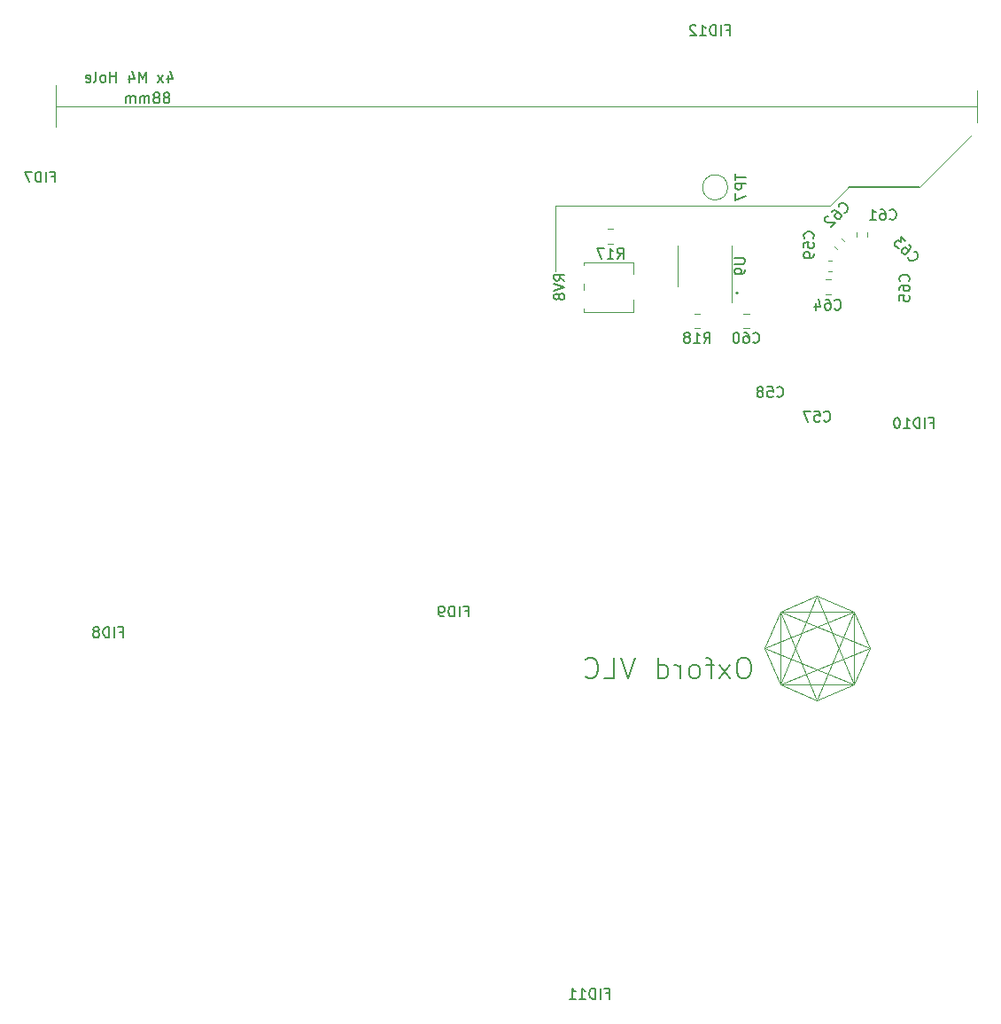
<source format=gbr>
G04 #@! TF.GenerationSoftware,KiCad,Pcbnew,5.1.6-c6e7f7d~86~ubuntu18.04.1*
G04 #@! TF.CreationDate,2020-05-28T18:44:08+01:00*
G04 #@! TF.ProjectId,multi-smtpa,6d756c74-692d-4736-9d74-70612e6b6963,rev?*
G04 #@! TF.SameCoordinates,Original*
G04 #@! TF.FileFunction,Legend,Bot*
G04 #@! TF.FilePolarity,Positive*
%FSLAX46Y46*%
G04 Gerber Fmt 4.6, Leading zero omitted, Abs format (unit mm)*
G04 Created by KiCad (PCBNEW 5.1.6-c6e7f7d~86~ubuntu18.04.1) date 2020-05-28 18:44:08*
%MOMM*%
%LPD*%
G01*
G04 APERTURE LIST*
%ADD10C,0.200000*%
%ADD11C,0.120000*%
%ADD12C,0.150000*%
G04 APERTURE END LIST*
D10*
X171200000Y-81600000D02*
G75*
G03*
X171200000Y-81600000I-100000J0D01*
G01*
D11*
X188500000Y-71500000D02*
X193500000Y-66500000D01*
D12*
X181750000Y-71500000D02*
X188500000Y-71500000D01*
D11*
X180000000Y-73250000D02*
X153750000Y-73250000D01*
X181750000Y-71500000D02*
X180000000Y-73250000D01*
X153750000Y-73250000D02*
X153750000Y-79500000D01*
D12*
X171928571Y-116404761D02*
X171547619Y-116404761D01*
X171357142Y-116500000D01*
X171166666Y-116690476D01*
X171071428Y-117071428D01*
X171071428Y-117738095D01*
X171166666Y-118119047D01*
X171357142Y-118309523D01*
X171547619Y-118404761D01*
X171928571Y-118404761D01*
X172119047Y-118309523D01*
X172309523Y-118119047D01*
X172404761Y-117738095D01*
X172404761Y-117071428D01*
X172309523Y-116690476D01*
X172119047Y-116500000D01*
X171928571Y-116404761D01*
X170404761Y-118404761D02*
X169357142Y-117071428D01*
X170404761Y-117071428D02*
X169357142Y-118404761D01*
X168880952Y-117071428D02*
X168119047Y-117071428D01*
X168595238Y-118404761D02*
X168595238Y-116690476D01*
X168500000Y-116500000D01*
X168309523Y-116404761D01*
X168119047Y-116404761D01*
X167166666Y-118404761D02*
X167357142Y-118309523D01*
X167452380Y-118214285D01*
X167547619Y-118023809D01*
X167547619Y-117452380D01*
X167452380Y-117261904D01*
X167357142Y-117166666D01*
X167166666Y-117071428D01*
X166880952Y-117071428D01*
X166690476Y-117166666D01*
X166595238Y-117261904D01*
X166500000Y-117452380D01*
X166500000Y-118023809D01*
X166595238Y-118214285D01*
X166690476Y-118309523D01*
X166880952Y-118404761D01*
X167166666Y-118404761D01*
X165642857Y-118404761D02*
X165642857Y-117071428D01*
X165642857Y-117452380D02*
X165547619Y-117261904D01*
X165452380Y-117166666D01*
X165261904Y-117071428D01*
X165071428Y-117071428D01*
X163547619Y-118404761D02*
X163547619Y-116404761D01*
X163547619Y-118309523D02*
X163738095Y-118404761D01*
X164119047Y-118404761D01*
X164309523Y-118309523D01*
X164404761Y-118214285D01*
X164500000Y-118023809D01*
X164500000Y-117452380D01*
X164404761Y-117261904D01*
X164309523Y-117166666D01*
X164119047Y-117071428D01*
X163738095Y-117071428D01*
X163547619Y-117166666D01*
X161357142Y-116404761D02*
X160690476Y-118404761D01*
X160023809Y-116404761D01*
X158404761Y-118404761D02*
X159357142Y-118404761D01*
X159357142Y-116404761D01*
X156595238Y-118214285D02*
X156690476Y-118309523D01*
X156976190Y-118404761D01*
X157166666Y-118404761D01*
X157452380Y-118309523D01*
X157642857Y-118119047D01*
X157738095Y-117928571D01*
X157833333Y-117547619D01*
X157833333Y-117261904D01*
X157738095Y-116880952D01*
X157642857Y-116690476D01*
X157452380Y-116500000D01*
X157166666Y-116404761D01*
X156976190Y-116404761D01*
X156690476Y-116500000D01*
X156595238Y-116595238D01*
D11*
X106000000Y-63750000D02*
X106500000Y-63750000D01*
D12*
X116690476Y-60785714D02*
X116690476Y-61452380D01*
X116928571Y-60404761D02*
X117166666Y-61119047D01*
X116547619Y-61119047D01*
X116261904Y-61452380D02*
X115738095Y-60785714D01*
X116261904Y-60785714D02*
X115738095Y-61452380D01*
X114595238Y-61452380D02*
X114595238Y-60452380D01*
X114261904Y-61166666D01*
X113928571Y-60452380D01*
X113928571Y-61452380D01*
X113023809Y-60785714D02*
X113023809Y-61452380D01*
X113261904Y-60404761D02*
X113500000Y-61119047D01*
X112880952Y-61119047D01*
X111738095Y-61452380D02*
X111738095Y-60452380D01*
X111738095Y-60928571D02*
X111166666Y-60928571D01*
X111166666Y-61452380D02*
X111166666Y-60452380D01*
X110547619Y-61452380D02*
X110642857Y-61404761D01*
X110690476Y-61357142D01*
X110738095Y-61261904D01*
X110738095Y-60976190D01*
X110690476Y-60880952D01*
X110642857Y-60833333D01*
X110547619Y-60785714D01*
X110404761Y-60785714D01*
X110309523Y-60833333D01*
X110261904Y-60880952D01*
X110214285Y-60976190D01*
X110214285Y-61261904D01*
X110261904Y-61357142D01*
X110309523Y-61404761D01*
X110404761Y-61452380D01*
X110547619Y-61452380D01*
X109642857Y-61452380D02*
X109738095Y-61404761D01*
X109785714Y-61309523D01*
X109785714Y-60452380D01*
X108880952Y-61404761D02*
X108976190Y-61452380D01*
X109166666Y-61452380D01*
X109261904Y-61404761D01*
X109309523Y-61309523D01*
X109309523Y-60928571D01*
X109261904Y-60833333D01*
X109166666Y-60785714D01*
X108976190Y-60785714D01*
X108880952Y-60833333D01*
X108833333Y-60928571D01*
X108833333Y-61023809D01*
X109309523Y-61119047D01*
X116654761Y-62880952D02*
X116750000Y-62833333D01*
X116797619Y-62785714D01*
X116845238Y-62690476D01*
X116845238Y-62642857D01*
X116797619Y-62547619D01*
X116750000Y-62500000D01*
X116654761Y-62452380D01*
X116464285Y-62452380D01*
X116369047Y-62500000D01*
X116321428Y-62547619D01*
X116273809Y-62642857D01*
X116273809Y-62690476D01*
X116321428Y-62785714D01*
X116369047Y-62833333D01*
X116464285Y-62880952D01*
X116654761Y-62880952D01*
X116750000Y-62928571D01*
X116797619Y-62976190D01*
X116845238Y-63071428D01*
X116845238Y-63261904D01*
X116797619Y-63357142D01*
X116750000Y-63404761D01*
X116654761Y-63452380D01*
X116464285Y-63452380D01*
X116369047Y-63404761D01*
X116321428Y-63357142D01*
X116273809Y-63261904D01*
X116273809Y-63071428D01*
X116321428Y-62976190D01*
X116369047Y-62928571D01*
X116464285Y-62880952D01*
X115702380Y-62880952D02*
X115797619Y-62833333D01*
X115845238Y-62785714D01*
X115892857Y-62690476D01*
X115892857Y-62642857D01*
X115845238Y-62547619D01*
X115797619Y-62500000D01*
X115702380Y-62452380D01*
X115511904Y-62452380D01*
X115416666Y-62500000D01*
X115369047Y-62547619D01*
X115321428Y-62642857D01*
X115321428Y-62690476D01*
X115369047Y-62785714D01*
X115416666Y-62833333D01*
X115511904Y-62880952D01*
X115702380Y-62880952D01*
X115797619Y-62928571D01*
X115845238Y-62976190D01*
X115892857Y-63071428D01*
X115892857Y-63261904D01*
X115845238Y-63357142D01*
X115797619Y-63404761D01*
X115702380Y-63452380D01*
X115511904Y-63452380D01*
X115416666Y-63404761D01*
X115369047Y-63357142D01*
X115321428Y-63261904D01*
X115321428Y-63071428D01*
X115369047Y-62976190D01*
X115416666Y-62928571D01*
X115511904Y-62880952D01*
X114892857Y-63452380D02*
X114892857Y-62785714D01*
X114892857Y-62880952D02*
X114845238Y-62833333D01*
X114750000Y-62785714D01*
X114607142Y-62785714D01*
X114511904Y-62833333D01*
X114464285Y-62928571D01*
X114464285Y-63452380D01*
X114464285Y-62928571D02*
X114416666Y-62833333D01*
X114321428Y-62785714D01*
X114178571Y-62785714D01*
X114083333Y-62833333D01*
X114035714Y-62928571D01*
X114035714Y-63452380D01*
X113559523Y-63452380D02*
X113559523Y-62785714D01*
X113559523Y-62880952D02*
X113511904Y-62833333D01*
X113416666Y-62785714D01*
X113273809Y-62785714D01*
X113178571Y-62833333D01*
X113130952Y-62928571D01*
X113130952Y-63452380D01*
X113130952Y-62928571D02*
X113083333Y-62833333D01*
X112988095Y-62785714D01*
X112845238Y-62785714D01*
X112750000Y-62833333D01*
X112702380Y-62928571D01*
X112702380Y-63452380D01*
D11*
X194000000Y-62250000D02*
X194000000Y-65250000D01*
X194000000Y-63750000D02*
X194000000Y-62250000D01*
X106500000Y-63750000D02*
X194000000Y-63750000D01*
X106000000Y-61750000D02*
X106000000Y-65750000D01*
X173750000Y-115500000D02*
X182250000Y-112000000D01*
X173750000Y-115500000D02*
X182250000Y-119000000D01*
X175250000Y-119000000D02*
X183750000Y-115500000D01*
X183750000Y-115500000D02*
X175250000Y-112000000D01*
X178750000Y-110500000D02*
X182250000Y-119000000D01*
X175250000Y-119000000D02*
X178750000Y-110500000D01*
X178750000Y-120500000D02*
X175250000Y-112000000D01*
X178750000Y-120500000D02*
X182250000Y-112000000D01*
X182250000Y-119000000D02*
X178750000Y-120500000D01*
X183750000Y-115500000D02*
X182250000Y-119000000D01*
X182250000Y-112000000D02*
X183750000Y-115500000D01*
X178750000Y-110500000D02*
X182250000Y-112000000D01*
X175250000Y-112000000D02*
X178750000Y-110500000D01*
X175250000Y-112000000D02*
X173750000Y-115500000D01*
X173750000Y-115500000D02*
X175250000Y-119000000D01*
X178750000Y-120500000D02*
X175250000Y-119000000D01*
X175250000Y-119000000D02*
X182250000Y-119000000D01*
X175250000Y-119000000D02*
X175250000Y-112000000D01*
X182250000Y-112000000D02*
X175250000Y-112000000D01*
X182250000Y-119000000D02*
X182250000Y-112000000D01*
X170200000Y-71500000D02*
G75*
G03*
X170200000Y-71500000I-1200000J0D01*
G01*
X156430000Y-83040000D02*
X156430000Y-83370000D01*
X156430000Y-78630000D02*
X156430000Y-78961000D01*
X156430000Y-80741000D02*
X156430000Y-81260000D01*
X161170000Y-78630000D02*
X161170000Y-79760000D01*
X161170000Y-82240000D02*
X161170000Y-83370000D01*
X156430000Y-78630000D02*
X161170000Y-78630000D01*
X156430000Y-83370000D02*
X161170000Y-83370000D01*
X165440000Y-79000000D02*
X165440000Y-77050000D01*
X165440000Y-79000000D02*
X165440000Y-80950000D01*
X170560000Y-79000000D02*
X170560000Y-77050000D01*
X170560000Y-79000000D02*
X170560000Y-82450000D01*
X167013748Y-84960000D02*
X167536252Y-84960000D01*
X167013748Y-83540000D02*
X167536252Y-83540000D01*
X158738748Y-76910000D02*
X159261252Y-76910000D01*
X158738748Y-75490000D02*
X159261252Y-75490000D01*
X180036252Y-80290000D02*
X179513748Y-80290000D01*
X180036252Y-81710000D02*
X179513748Y-81710000D01*
X181363011Y-76641762D02*
X181120802Y-76399553D01*
X180641762Y-77363011D02*
X180399553Y-77120802D01*
X183510000Y-76171267D02*
X183510000Y-75828733D01*
X182490000Y-76171267D02*
X182490000Y-75828733D01*
X171713748Y-84960000D02*
X172236252Y-84960000D01*
X171713748Y-83540000D02*
X172236252Y-83540000D01*
X180171267Y-78490000D02*
X179828733Y-78490000D01*
X180171267Y-79510000D02*
X179828733Y-79510000D01*
D12*
X170952380Y-70238095D02*
X170952380Y-70809523D01*
X171952380Y-70523809D02*
X170952380Y-70523809D01*
X171952380Y-71142857D02*
X170952380Y-71142857D01*
X170952380Y-71523809D01*
X171000000Y-71619047D01*
X171047619Y-71666666D01*
X171142857Y-71714285D01*
X171285714Y-71714285D01*
X171380952Y-71666666D01*
X171428571Y-71619047D01*
X171476190Y-71523809D01*
X171476190Y-71142857D01*
X170952380Y-72047619D02*
X170952380Y-72714285D01*
X171952380Y-72285714D01*
X170047619Y-56468571D02*
X170380952Y-56468571D01*
X170380952Y-56992380D02*
X170380952Y-55992380D01*
X169904761Y-55992380D01*
X169523809Y-56992380D02*
X169523809Y-55992380D01*
X169047619Y-56992380D02*
X169047619Y-55992380D01*
X168809523Y-55992380D01*
X168666666Y-56040000D01*
X168571428Y-56135238D01*
X168523809Y-56230476D01*
X168476190Y-56420952D01*
X168476190Y-56563809D01*
X168523809Y-56754285D01*
X168571428Y-56849523D01*
X168666666Y-56944761D01*
X168809523Y-56992380D01*
X169047619Y-56992380D01*
X167523809Y-56992380D02*
X168095238Y-56992380D01*
X167809523Y-56992380D02*
X167809523Y-55992380D01*
X167904761Y-56135238D01*
X168000000Y-56230476D01*
X168095238Y-56278095D01*
X167142857Y-56087619D02*
X167095238Y-56040000D01*
X167000000Y-55992380D01*
X166761904Y-55992380D01*
X166666666Y-56040000D01*
X166619047Y-56087619D01*
X166571428Y-56182857D01*
X166571428Y-56278095D01*
X166619047Y-56420952D01*
X167190476Y-56992380D01*
X166571428Y-56992380D01*
X158547619Y-148468571D02*
X158880952Y-148468571D01*
X158880952Y-148992380D02*
X158880952Y-147992380D01*
X158404761Y-147992380D01*
X158023809Y-148992380D02*
X158023809Y-147992380D01*
X157547619Y-148992380D02*
X157547619Y-147992380D01*
X157309523Y-147992380D01*
X157166666Y-148040000D01*
X157071428Y-148135238D01*
X157023809Y-148230476D01*
X156976190Y-148420952D01*
X156976190Y-148563809D01*
X157023809Y-148754285D01*
X157071428Y-148849523D01*
X157166666Y-148944761D01*
X157309523Y-148992380D01*
X157547619Y-148992380D01*
X156023809Y-148992380D02*
X156595238Y-148992380D01*
X156309523Y-148992380D02*
X156309523Y-147992380D01*
X156404761Y-148135238D01*
X156500000Y-148230476D01*
X156595238Y-148278095D01*
X155071428Y-148992380D02*
X155642857Y-148992380D01*
X155357142Y-148992380D02*
X155357142Y-147992380D01*
X155452380Y-148135238D01*
X155547619Y-148230476D01*
X155642857Y-148278095D01*
X189547619Y-93968571D02*
X189880952Y-93968571D01*
X189880952Y-94492380D02*
X189880952Y-93492380D01*
X189404761Y-93492380D01*
X189023809Y-94492380D02*
X189023809Y-93492380D01*
X188547619Y-94492380D02*
X188547619Y-93492380D01*
X188309523Y-93492380D01*
X188166666Y-93540000D01*
X188071428Y-93635238D01*
X188023809Y-93730476D01*
X187976190Y-93920952D01*
X187976190Y-94063809D01*
X188023809Y-94254285D01*
X188071428Y-94349523D01*
X188166666Y-94444761D01*
X188309523Y-94492380D01*
X188547619Y-94492380D01*
X187023809Y-94492380D02*
X187595238Y-94492380D01*
X187309523Y-94492380D02*
X187309523Y-93492380D01*
X187404761Y-93635238D01*
X187500000Y-93730476D01*
X187595238Y-93778095D01*
X186404761Y-93492380D02*
X186309523Y-93492380D01*
X186214285Y-93540000D01*
X186166666Y-93587619D01*
X186119047Y-93682857D01*
X186071428Y-93873333D01*
X186071428Y-94111428D01*
X186119047Y-94301904D01*
X186166666Y-94397142D01*
X186214285Y-94444761D01*
X186309523Y-94492380D01*
X186404761Y-94492380D01*
X186500000Y-94444761D01*
X186547619Y-94397142D01*
X186595238Y-94301904D01*
X186642857Y-94111428D01*
X186642857Y-93873333D01*
X186595238Y-93682857D01*
X186547619Y-93587619D01*
X186500000Y-93540000D01*
X186404761Y-93492380D01*
X145071428Y-111968571D02*
X145404761Y-111968571D01*
X145404761Y-112492380D02*
X145404761Y-111492380D01*
X144928571Y-111492380D01*
X144547619Y-112492380D02*
X144547619Y-111492380D01*
X144071428Y-112492380D02*
X144071428Y-111492380D01*
X143833333Y-111492380D01*
X143690476Y-111540000D01*
X143595238Y-111635238D01*
X143547619Y-111730476D01*
X143500000Y-111920952D01*
X143500000Y-112063809D01*
X143547619Y-112254285D01*
X143595238Y-112349523D01*
X143690476Y-112444761D01*
X143833333Y-112492380D01*
X144071428Y-112492380D01*
X143023809Y-112492380D02*
X142833333Y-112492380D01*
X142738095Y-112444761D01*
X142690476Y-112397142D01*
X142595238Y-112254285D01*
X142547619Y-112063809D01*
X142547619Y-111682857D01*
X142595238Y-111587619D01*
X142642857Y-111540000D01*
X142738095Y-111492380D01*
X142928571Y-111492380D01*
X143023809Y-111540000D01*
X143071428Y-111587619D01*
X143119047Y-111682857D01*
X143119047Y-111920952D01*
X143071428Y-112016190D01*
X143023809Y-112063809D01*
X142928571Y-112111428D01*
X142738095Y-112111428D01*
X142642857Y-112063809D01*
X142595238Y-112016190D01*
X142547619Y-111920952D01*
X112071428Y-113968571D02*
X112404761Y-113968571D01*
X112404761Y-114492380D02*
X112404761Y-113492380D01*
X111928571Y-113492380D01*
X111547619Y-114492380D02*
X111547619Y-113492380D01*
X111071428Y-114492380D02*
X111071428Y-113492380D01*
X110833333Y-113492380D01*
X110690476Y-113540000D01*
X110595238Y-113635238D01*
X110547619Y-113730476D01*
X110500000Y-113920952D01*
X110500000Y-114063809D01*
X110547619Y-114254285D01*
X110595238Y-114349523D01*
X110690476Y-114444761D01*
X110833333Y-114492380D01*
X111071428Y-114492380D01*
X109928571Y-113920952D02*
X110023809Y-113873333D01*
X110071428Y-113825714D01*
X110119047Y-113730476D01*
X110119047Y-113682857D01*
X110071428Y-113587619D01*
X110023809Y-113540000D01*
X109928571Y-113492380D01*
X109738095Y-113492380D01*
X109642857Y-113540000D01*
X109595238Y-113587619D01*
X109547619Y-113682857D01*
X109547619Y-113730476D01*
X109595238Y-113825714D01*
X109642857Y-113873333D01*
X109738095Y-113920952D01*
X109928571Y-113920952D01*
X110023809Y-113968571D01*
X110071428Y-114016190D01*
X110119047Y-114111428D01*
X110119047Y-114301904D01*
X110071428Y-114397142D01*
X110023809Y-114444761D01*
X109928571Y-114492380D01*
X109738095Y-114492380D01*
X109642857Y-114444761D01*
X109595238Y-114397142D01*
X109547619Y-114301904D01*
X109547619Y-114111428D01*
X109595238Y-114016190D01*
X109642857Y-113968571D01*
X109738095Y-113920952D01*
X105571428Y-70468571D02*
X105904761Y-70468571D01*
X105904761Y-70992380D02*
X105904761Y-69992380D01*
X105428571Y-69992380D01*
X105047619Y-70992380D02*
X105047619Y-69992380D01*
X104571428Y-70992380D02*
X104571428Y-69992380D01*
X104333333Y-69992380D01*
X104190476Y-70040000D01*
X104095238Y-70135238D01*
X104047619Y-70230476D01*
X104000000Y-70420952D01*
X104000000Y-70563809D01*
X104047619Y-70754285D01*
X104095238Y-70849523D01*
X104190476Y-70944761D01*
X104333333Y-70992380D01*
X104571428Y-70992380D01*
X103666666Y-69992380D02*
X103000000Y-69992380D01*
X103428571Y-70992380D01*
X154602380Y-80404761D02*
X154126190Y-80071428D01*
X154602380Y-79833333D02*
X153602380Y-79833333D01*
X153602380Y-80214285D01*
X153650000Y-80309523D01*
X153697619Y-80357142D01*
X153792857Y-80404761D01*
X153935714Y-80404761D01*
X154030952Y-80357142D01*
X154078571Y-80309523D01*
X154126190Y-80214285D01*
X154126190Y-79833333D01*
X153602380Y-80690476D02*
X154602380Y-81023809D01*
X153602380Y-81357142D01*
X154030952Y-81833333D02*
X153983333Y-81738095D01*
X153935714Y-81690476D01*
X153840476Y-81642857D01*
X153792857Y-81642857D01*
X153697619Y-81690476D01*
X153650000Y-81738095D01*
X153602380Y-81833333D01*
X153602380Y-82023809D01*
X153650000Y-82119047D01*
X153697619Y-82166666D01*
X153792857Y-82214285D01*
X153840476Y-82214285D01*
X153935714Y-82166666D01*
X153983333Y-82119047D01*
X154030952Y-82023809D01*
X154030952Y-81833333D01*
X154078571Y-81738095D01*
X154126190Y-81690476D01*
X154221428Y-81642857D01*
X154411904Y-81642857D01*
X154507142Y-81690476D01*
X154554761Y-81738095D01*
X154602380Y-81833333D01*
X154602380Y-82023809D01*
X154554761Y-82119047D01*
X154507142Y-82166666D01*
X154411904Y-82214285D01*
X154221428Y-82214285D01*
X154126190Y-82166666D01*
X154078571Y-82119047D01*
X154030952Y-82023809D01*
X170852380Y-78238095D02*
X171661904Y-78238095D01*
X171757142Y-78285714D01*
X171804761Y-78333333D01*
X171852380Y-78428571D01*
X171852380Y-78619047D01*
X171804761Y-78714285D01*
X171757142Y-78761904D01*
X171661904Y-78809523D01*
X170852380Y-78809523D01*
X171852380Y-79333333D02*
X171852380Y-79523809D01*
X171804761Y-79619047D01*
X171757142Y-79666666D01*
X171614285Y-79761904D01*
X171423809Y-79809523D01*
X171042857Y-79809523D01*
X170947619Y-79761904D01*
X170900000Y-79714285D01*
X170852380Y-79619047D01*
X170852380Y-79428571D01*
X170900000Y-79333333D01*
X170947619Y-79285714D01*
X171042857Y-79238095D01*
X171280952Y-79238095D01*
X171376190Y-79285714D01*
X171423809Y-79333333D01*
X171471428Y-79428571D01*
X171471428Y-79619047D01*
X171423809Y-79714285D01*
X171376190Y-79761904D01*
X171280952Y-79809523D01*
X167917857Y-86352380D02*
X168251190Y-85876190D01*
X168489285Y-86352380D02*
X168489285Y-85352380D01*
X168108333Y-85352380D01*
X168013095Y-85400000D01*
X167965476Y-85447619D01*
X167917857Y-85542857D01*
X167917857Y-85685714D01*
X167965476Y-85780952D01*
X168013095Y-85828571D01*
X168108333Y-85876190D01*
X168489285Y-85876190D01*
X166965476Y-86352380D02*
X167536904Y-86352380D01*
X167251190Y-86352380D02*
X167251190Y-85352380D01*
X167346428Y-85495238D01*
X167441666Y-85590476D01*
X167536904Y-85638095D01*
X166394047Y-85780952D02*
X166489285Y-85733333D01*
X166536904Y-85685714D01*
X166584523Y-85590476D01*
X166584523Y-85542857D01*
X166536904Y-85447619D01*
X166489285Y-85400000D01*
X166394047Y-85352380D01*
X166203571Y-85352380D01*
X166108333Y-85400000D01*
X166060714Y-85447619D01*
X166013095Y-85542857D01*
X166013095Y-85590476D01*
X166060714Y-85685714D01*
X166108333Y-85733333D01*
X166203571Y-85780952D01*
X166394047Y-85780952D01*
X166489285Y-85828571D01*
X166536904Y-85876190D01*
X166584523Y-85971428D01*
X166584523Y-86161904D01*
X166536904Y-86257142D01*
X166489285Y-86304761D01*
X166394047Y-86352380D01*
X166203571Y-86352380D01*
X166108333Y-86304761D01*
X166060714Y-86257142D01*
X166013095Y-86161904D01*
X166013095Y-85971428D01*
X166060714Y-85876190D01*
X166108333Y-85828571D01*
X166203571Y-85780952D01*
X159642857Y-78302380D02*
X159976190Y-77826190D01*
X160214285Y-78302380D02*
X160214285Y-77302380D01*
X159833333Y-77302380D01*
X159738095Y-77350000D01*
X159690476Y-77397619D01*
X159642857Y-77492857D01*
X159642857Y-77635714D01*
X159690476Y-77730952D01*
X159738095Y-77778571D01*
X159833333Y-77826190D01*
X160214285Y-77826190D01*
X158690476Y-78302380D02*
X159261904Y-78302380D01*
X158976190Y-78302380D02*
X158976190Y-77302380D01*
X159071428Y-77445238D01*
X159166666Y-77540476D01*
X159261904Y-77588095D01*
X158357142Y-77302380D02*
X157690476Y-77302380D01*
X158119047Y-78302380D01*
X187507142Y-80457142D02*
X187554761Y-80409523D01*
X187602380Y-80266666D01*
X187602380Y-80171428D01*
X187554761Y-80028571D01*
X187459523Y-79933333D01*
X187364285Y-79885714D01*
X187173809Y-79838095D01*
X187030952Y-79838095D01*
X186840476Y-79885714D01*
X186745238Y-79933333D01*
X186650000Y-80028571D01*
X186602380Y-80171428D01*
X186602380Y-80266666D01*
X186650000Y-80409523D01*
X186697619Y-80457142D01*
X186602380Y-81314285D02*
X186602380Y-81123809D01*
X186650000Y-81028571D01*
X186697619Y-80980952D01*
X186840476Y-80885714D01*
X187030952Y-80838095D01*
X187411904Y-80838095D01*
X187507142Y-80885714D01*
X187554761Y-80933333D01*
X187602380Y-81028571D01*
X187602380Y-81219047D01*
X187554761Y-81314285D01*
X187507142Y-81361904D01*
X187411904Y-81409523D01*
X187173809Y-81409523D01*
X187078571Y-81361904D01*
X187030952Y-81314285D01*
X186983333Y-81219047D01*
X186983333Y-81028571D01*
X187030952Y-80933333D01*
X187078571Y-80885714D01*
X187173809Y-80838095D01*
X186602380Y-82314285D02*
X186602380Y-81838095D01*
X187078571Y-81790476D01*
X187030952Y-81838095D01*
X186983333Y-81933333D01*
X186983333Y-82171428D01*
X187030952Y-82266666D01*
X187078571Y-82314285D01*
X187173809Y-82361904D01*
X187411904Y-82361904D01*
X187507142Y-82314285D01*
X187554761Y-82266666D01*
X187602380Y-82171428D01*
X187602380Y-81933333D01*
X187554761Y-81838095D01*
X187507142Y-81790476D01*
X180417857Y-83107142D02*
X180465476Y-83154761D01*
X180608333Y-83202380D01*
X180703571Y-83202380D01*
X180846428Y-83154761D01*
X180941666Y-83059523D01*
X180989285Y-82964285D01*
X181036904Y-82773809D01*
X181036904Y-82630952D01*
X180989285Y-82440476D01*
X180941666Y-82345238D01*
X180846428Y-82250000D01*
X180703571Y-82202380D01*
X180608333Y-82202380D01*
X180465476Y-82250000D01*
X180417857Y-82297619D01*
X179560714Y-82202380D02*
X179751190Y-82202380D01*
X179846428Y-82250000D01*
X179894047Y-82297619D01*
X179989285Y-82440476D01*
X180036904Y-82630952D01*
X180036904Y-83011904D01*
X179989285Y-83107142D01*
X179941666Y-83154761D01*
X179846428Y-83202380D01*
X179655952Y-83202380D01*
X179560714Y-83154761D01*
X179513095Y-83107142D01*
X179465476Y-83011904D01*
X179465476Y-82773809D01*
X179513095Y-82678571D01*
X179560714Y-82630952D01*
X179655952Y-82583333D01*
X179846428Y-82583333D01*
X179941666Y-82630952D01*
X179989285Y-82678571D01*
X180036904Y-82773809D01*
X178608333Y-82535714D02*
X178608333Y-83202380D01*
X178846428Y-82154761D02*
X179084523Y-82869047D01*
X178465476Y-82869047D01*
X187462030Y-78187106D02*
X187462030Y-78254450D01*
X187529374Y-78389137D01*
X187596717Y-78456480D01*
X187731404Y-78523824D01*
X187866091Y-78523824D01*
X187967106Y-78490152D01*
X188135465Y-78389137D01*
X188236480Y-78288122D01*
X188337496Y-78119763D01*
X188371167Y-78018748D01*
X188371167Y-77884061D01*
X188303824Y-77749374D01*
X188236480Y-77682030D01*
X188101793Y-77614687D01*
X188034450Y-77614687D01*
X187495702Y-76941251D02*
X187630389Y-77075938D01*
X187664061Y-77176954D01*
X187664061Y-77244297D01*
X187630389Y-77412656D01*
X187529374Y-77581015D01*
X187260000Y-77850389D01*
X187158984Y-77884061D01*
X187091641Y-77884061D01*
X186990625Y-77850389D01*
X186855938Y-77715702D01*
X186822267Y-77614687D01*
X186822267Y-77547343D01*
X186855938Y-77446328D01*
X187024297Y-77277969D01*
X187125312Y-77244297D01*
X187192656Y-77244297D01*
X187293671Y-77277969D01*
X187428358Y-77412656D01*
X187462030Y-77513671D01*
X187462030Y-77581015D01*
X187428358Y-77682030D01*
X187192656Y-76638206D02*
X186754923Y-76200473D01*
X186721251Y-76705549D01*
X186620236Y-76604534D01*
X186519221Y-76570862D01*
X186451877Y-76570862D01*
X186350862Y-76604534D01*
X186182503Y-76772893D01*
X186148832Y-76873908D01*
X186148832Y-76941251D01*
X186182503Y-77042267D01*
X186384534Y-77244297D01*
X186485549Y-77277969D01*
X186552893Y-77277969D01*
X181357106Y-73887969D02*
X181424450Y-73887969D01*
X181559137Y-73820625D01*
X181626480Y-73753282D01*
X181693824Y-73618595D01*
X181693824Y-73483908D01*
X181660152Y-73382893D01*
X181559137Y-73214534D01*
X181458122Y-73113519D01*
X181289763Y-73012503D01*
X181188748Y-72978832D01*
X181054061Y-72978832D01*
X180919374Y-73046175D01*
X180852030Y-73113519D01*
X180784687Y-73248206D01*
X180784687Y-73315549D01*
X180111251Y-73854297D02*
X180245938Y-73719610D01*
X180346954Y-73685938D01*
X180414297Y-73685938D01*
X180582656Y-73719610D01*
X180751015Y-73820625D01*
X181020389Y-74090000D01*
X181054061Y-74191015D01*
X181054061Y-74258358D01*
X181020389Y-74359374D01*
X180885702Y-74494061D01*
X180784687Y-74527732D01*
X180717343Y-74527732D01*
X180616328Y-74494061D01*
X180447969Y-74325702D01*
X180414297Y-74224687D01*
X180414297Y-74157343D01*
X180447969Y-74056328D01*
X180582656Y-73921641D01*
X180683671Y-73887969D01*
X180751015Y-73887969D01*
X180852030Y-73921641D01*
X179841877Y-74258358D02*
X179774534Y-74258358D01*
X179673519Y-74292030D01*
X179505160Y-74460389D01*
X179471488Y-74561404D01*
X179471488Y-74628748D01*
X179505160Y-74729763D01*
X179572503Y-74797106D01*
X179707190Y-74864450D01*
X180515312Y-74864450D01*
X180077580Y-75302183D01*
X185682857Y-74497142D02*
X185730476Y-74544761D01*
X185873333Y-74592380D01*
X185968571Y-74592380D01*
X186111428Y-74544761D01*
X186206666Y-74449523D01*
X186254285Y-74354285D01*
X186301904Y-74163809D01*
X186301904Y-74020952D01*
X186254285Y-73830476D01*
X186206666Y-73735238D01*
X186111428Y-73640000D01*
X185968571Y-73592380D01*
X185873333Y-73592380D01*
X185730476Y-73640000D01*
X185682857Y-73687619D01*
X184825714Y-73592380D02*
X185016190Y-73592380D01*
X185111428Y-73640000D01*
X185159047Y-73687619D01*
X185254285Y-73830476D01*
X185301904Y-74020952D01*
X185301904Y-74401904D01*
X185254285Y-74497142D01*
X185206666Y-74544761D01*
X185111428Y-74592380D01*
X184920952Y-74592380D01*
X184825714Y-74544761D01*
X184778095Y-74497142D01*
X184730476Y-74401904D01*
X184730476Y-74163809D01*
X184778095Y-74068571D01*
X184825714Y-74020952D01*
X184920952Y-73973333D01*
X185111428Y-73973333D01*
X185206666Y-74020952D01*
X185254285Y-74068571D01*
X185301904Y-74163809D01*
X183778095Y-74592380D02*
X184349523Y-74592380D01*
X184063809Y-74592380D02*
X184063809Y-73592380D01*
X184159047Y-73735238D01*
X184254285Y-73830476D01*
X184349523Y-73878095D01*
X172617857Y-86257142D02*
X172665476Y-86304761D01*
X172808333Y-86352380D01*
X172903571Y-86352380D01*
X173046428Y-86304761D01*
X173141666Y-86209523D01*
X173189285Y-86114285D01*
X173236904Y-85923809D01*
X173236904Y-85780952D01*
X173189285Y-85590476D01*
X173141666Y-85495238D01*
X173046428Y-85400000D01*
X172903571Y-85352380D01*
X172808333Y-85352380D01*
X172665476Y-85400000D01*
X172617857Y-85447619D01*
X171760714Y-85352380D02*
X171951190Y-85352380D01*
X172046428Y-85400000D01*
X172094047Y-85447619D01*
X172189285Y-85590476D01*
X172236904Y-85780952D01*
X172236904Y-86161904D01*
X172189285Y-86257142D01*
X172141666Y-86304761D01*
X172046428Y-86352380D01*
X171855952Y-86352380D01*
X171760714Y-86304761D01*
X171713095Y-86257142D01*
X171665476Y-86161904D01*
X171665476Y-85923809D01*
X171713095Y-85828571D01*
X171760714Y-85780952D01*
X171855952Y-85733333D01*
X172046428Y-85733333D01*
X172141666Y-85780952D01*
X172189285Y-85828571D01*
X172236904Y-85923809D01*
X171046428Y-85352380D02*
X170951190Y-85352380D01*
X170855952Y-85400000D01*
X170808333Y-85447619D01*
X170760714Y-85542857D01*
X170713095Y-85733333D01*
X170713095Y-85971428D01*
X170760714Y-86161904D01*
X170808333Y-86257142D01*
X170855952Y-86304761D01*
X170951190Y-86352380D01*
X171046428Y-86352380D01*
X171141666Y-86304761D01*
X171189285Y-86257142D01*
X171236904Y-86161904D01*
X171284523Y-85971428D01*
X171284523Y-85733333D01*
X171236904Y-85542857D01*
X171189285Y-85447619D01*
X171141666Y-85400000D01*
X171046428Y-85352380D01*
X178357142Y-76357142D02*
X178404761Y-76309523D01*
X178452380Y-76166666D01*
X178452380Y-76071428D01*
X178404761Y-75928571D01*
X178309523Y-75833333D01*
X178214285Y-75785714D01*
X178023809Y-75738095D01*
X177880952Y-75738095D01*
X177690476Y-75785714D01*
X177595238Y-75833333D01*
X177500000Y-75928571D01*
X177452380Y-76071428D01*
X177452380Y-76166666D01*
X177500000Y-76309523D01*
X177547619Y-76357142D01*
X177452380Y-77261904D02*
X177452380Y-76785714D01*
X177928571Y-76738095D01*
X177880952Y-76785714D01*
X177833333Y-76880952D01*
X177833333Y-77119047D01*
X177880952Y-77214285D01*
X177928571Y-77261904D01*
X178023809Y-77309523D01*
X178261904Y-77309523D01*
X178357142Y-77261904D01*
X178404761Y-77214285D01*
X178452380Y-77119047D01*
X178452380Y-76880952D01*
X178404761Y-76785714D01*
X178357142Y-76738095D01*
X178452380Y-77785714D02*
X178452380Y-77976190D01*
X178404761Y-78071428D01*
X178357142Y-78119047D01*
X178214285Y-78214285D01*
X178023809Y-78261904D01*
X177642857Y-78261904D01*
X177547619Y-78214285D01*
X177500000Y-78166666D01*
X177452380Y-78071428D01*
X177452380Y-77880952D01*
X177500000Y-77785714D01*
X177547619Y-77738095D01*
X177642857Y-77690476D01*
X177880952Y-77690476D01*
X177976190Y-77738095D01*
X178023809Y-77785714D01*
X178071428Y-77880952D01*
X178071428Y-78071428D01*
X178023809Y-78166666D01*
X177976190Y-78214285D01*
X177880952Y-78261904D01*
X174907857Y-91437142D02*
X174955476Y-91484761D01*
X175098333Y-91532380D01*
X175193571Y-91532380D01*
X175336428Y-91484761D01*
X175431666Y-91389523D01*
X175479285Y-91294285D01*
X175526904Y-91103809D01*
X175526904Y-90960952D01*
X175479285Y-90770476D01*
X175431666Y-90675238D01*
X175336428Y-90580000D01*
X175193571Y-90532380D01*
X175098333Y-90532380D01*
X174955476Y-90580000D01*
X174907857Y-90627619D01*
X174003095Y-90532380D02*
X174479285Y-90532380D01*
X174526904Y-91008571D01*
X174479285Y-90960952D01*
X174384047Y-90913333D01*
X174145952Y-90913333D01*
X174050714Y-90960952D01*
X174003095Y-91008571D01*
X173955476Y-91103809D01*
X173955476Y-91341904D01*
X174003095Y-91437142D01*
X174050714Y-91484761D01*
X174145952Y-91532380D01*
X174384047Y-91532380D01*
X174479285Y-91484761D01*
X174526904Y-91437142D01*
X173384047Y-90960952D02*
X173479285Y-90913333D01*
X173526904Y-90865714D01*
X173574523Y-90770476D01*
X173574523Y-90722857D01*
X173526904Y-90627619D01*
X173479285Y-90580000D01*
X173384047Y-90532380D01*
X173193571Y-90532380D01*
X173098333Y-90580000D01*
X173050714Y-90627619D01*
X173003095Y-90722857D01*
X173003095Y-90770476D01*
X173050714Y-90865714D01*
X173098333Y-90913333D01*
X173193571Y-90960952D01*
X173384047Y-90960952D01*
X173479285Y-91008571D01*
X173526904Y-91056190D01*
X173574523Y-91151428D01*
X173574523Y-91341904D01*
X173526904Y-91437142D01*
X173479285Y-91484761D01*
X173384047Y-91532380D01*
X173193571Y-91532380D01*
X173098333Y-91484761D01*
X173050714Y-91437142D01*
X173003095Y-91341904D01*
X173003095Y-91151428D01*
X173050714Y-91056190D01*
X173098333Y-91008571D01*
X173193571Y-90960952D01*
X179392857Y-93777142D02*
X179440476Y-93824761D01*
X179583333Y-93872380D01*
X179678571Y-93872380D01*
X179821428Y-93824761D01*
X179916666Y-93729523D01*
X179964285Y-93634285D01*
X180011904Y-93443809D01*
X180011904Y-93300952D01*
X179964285Y-93110476D01*
X179916666Y-93015238D01*
X179821428Y-92920000D01*
X179678571Y-92872380D01*
X179583333Y-92872380D01*
X179440476Y-92920000D01*
X179392857Y-92967619D01*
X178488095Y-92872380D02*
X178964285Y-92872380D01*
X179011904Y-93348571D01*
X178964285Y-93300952D01*
X178869047Y-93253333D01*
X178630952Y-93253333D01*
X178535714Y-93300952D01*
X178488095Y-93348571D01*
X178440476Y-93443809D01*
X178440476Y-93681904D01*
X178488095Y-93777142D01*
X178535714Y-93824761D01*
X178630952Y-93872380D01*
X178869047Y-93872380D01*
X178964285Y-93824761D01*
X179011904Y-93777142D01*
X178107142Y-92872380D02*
X177440476Y-92872380D01*
X177869047Y-93872380D01*
M02*

</source>
